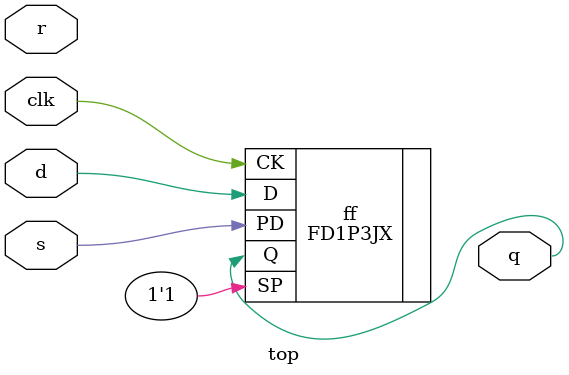
<source format=v>
module top(input clk, input d, input r, input s, output q);
    GSR gsr(.GSR(r));
    FD1P3JX ff(.D(d), .SP(1'b1), .PD(s), .CK(clk), .Q(q));
endmodule

</source>
